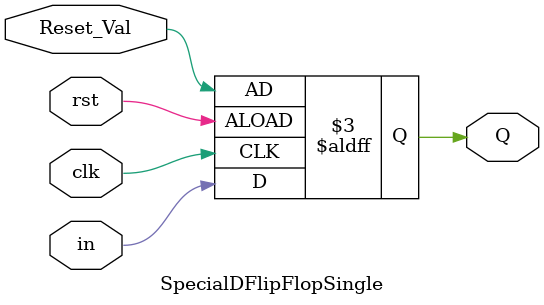
<source format=v>
module SpecialDFlipFlopSingle (
    input clk,
    input rst,
	input Reset_Val,
    input in,
    output reg Q
);

	always @ (posedge clk or posedge rst) begin
		if (rst == 1'b1) begin
			Q <= Reset_Val;
		end
		else begin
			Q <= in;
		end
	end

endmodule 
</source>
